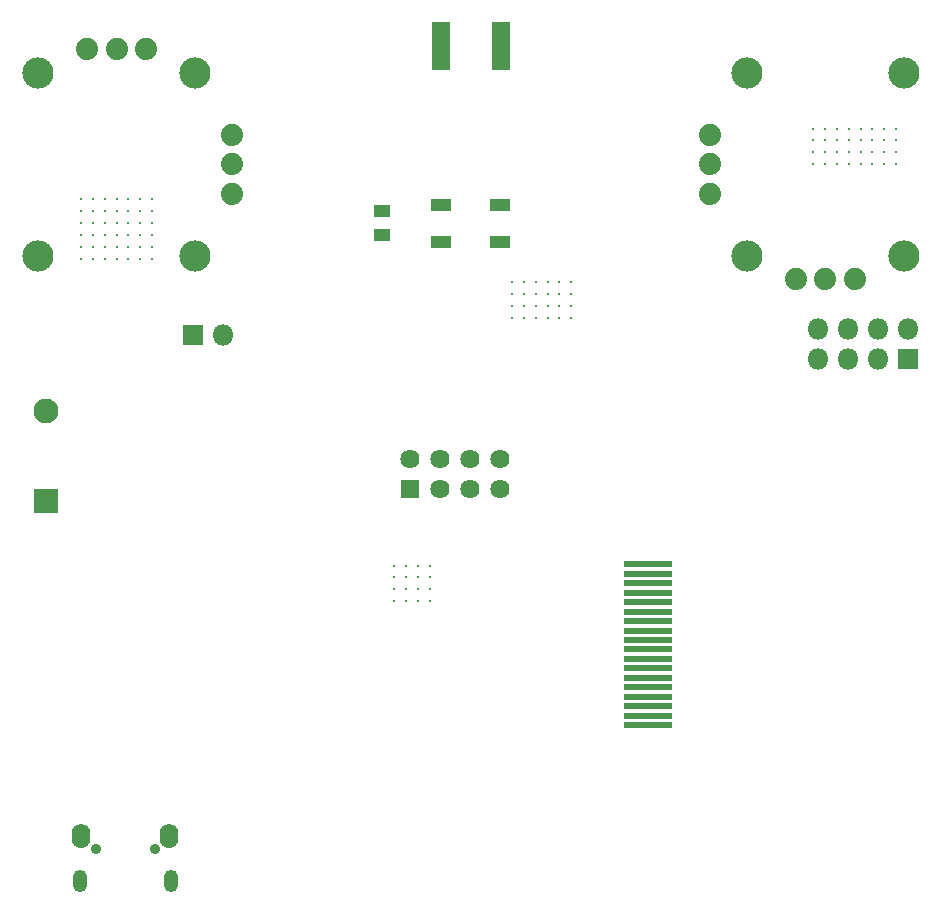
<source format=gbr>
G04 #@! TF.FileFunction,Soldermask,Bot*
%FSLAX46Y46*%
G04 Gerber Fmt 4.6, Leading zero omitted, Abs format (unit mm)*
G04 Created by KiCad (PCBNEW 4.0.7-e2-6376~60~ubuntu17.10.1) date Wed Apr 25 03:23:06 2018*
%MOMM*%
%LPD*%
G01*
G04 APERTURE LIST*
%ADD10C,0.100000*%
%ADD11C,0.251600*%
%ADD12R,2.101600X2.101600*%
%ADD13C,2.101600*%
%ADD14R,1.351600X1.101600*%
%ADD15R,1.625600X4.165600*%
%ADD16O,1.551600X2.101600*%
%ADD17O,1.251600X1.901600*%
%ADD18O,0.901600X0.901600*%
%ADD19R,1.801600X1.801600*%
%ADD20O,1.801600X1.801600*%
%ADD21R,1.625600X1.625600*%
%ADD22C,1.625600*%
%ADD23R,1.701600X1.101600*%
%ADD24C,1.879600*%
%ADD25C,2.641600*%
%ADD26R,4.101600X0.501600*%
G04 APERTURE END LIST*
D10*
D11*
X120188000Y-59588000D03*
X119188000Y-59588000D03*
X118188000Y-59588000D03*
X117188000Y-59588000D03*
X116188000Y-59588000D03*
X115188000Y-59588000D03*
X114188000Y-59588000D03*
X120188000Y-58588000D03*
X119188000Y-58588000D03*
X118188000Y-58588000D03*
X117188000Y-58588000D03*
X116188000Y-58588000D03*
X115188000Y-58588000D03*
X114188000Y-58588000D03*
X120188000Y-57588000D03*
X119188000Y-57588000D03*
X118188000Y-57588000D03*
X117188000Y-57588000D03*
X116188000Y-57588000D03*
X115188000Y-57588000D03*
X114188000Y-57588000D03*
X120188000Y-56588000D03*
X119188000Y-56588000D03*
X118188000Y-56588000D03*
X117188000Y-56588000D03*
X116188000Y-56588000D03*
X115188000Y-56588000D03*
X114188000Y-56588000D03*
X120188000Y-55588000D03*
X119188000Y-55588000D03*
X118188000Y-55588000D03*
X117188000Y-55588000D03*
X116188000Y-55588000D03*
X115188000Y-55588000D03*
X114188000Y-55588000D03*
X120188000Y-54588000D03*
X119188000Y-54588000D03*
X118188000Y-54588000D03*
X117188000Y-54588000D03*
X116188000Y-54588000D03*
X115188000Y-54588000D03*
X114188000Y-54588000D03*
X183188000Y-51588000D03*
X182188000Y-51588000D03*
X181188000Y-51588000D03*
X180188000Y-51588000D03*
X179188000Y-51588000D03*
X178188000Y-51588000D03*
X177188000Y-51588000D03*
X176188000Y-51588000D03*
X155688000Y-64588000D03*
X154688000Y-64588000D03*
X153688000Y-64588000D03*
X152688000Y-64588000D03*
X151688000Y-64588000D03*
X150688000Y-64588000D03*
X143688000Y-88588000D03*
X142688000Y-88588000D03*
X141688000Y-88588000D03*
X140688000Y-88588000D03*
X183188000Y-50588000D03*
X182188000Y-50588000D03*
X181188000Y-50588000D03*
X180188000Y-50588000D03*
X179188000Y-50588000D03*
X178188000Y-50588000D03*
X177188000Y-50588000D03*
X176188000Y-50588000D03*
X155688000Y-63588000D03*
X154688000Y-63588000D03*
X153688000Y-63588000D03*
X152688000Y-63588000D03*
X151688000Y-63588000D03*
X150688000Y-63588000D03*
X143688000Y-87588000D03*
X142688000Y-87588000D03*
X141688000Y-87588000D03*
X140688000Y-87588000D03*
X183188000Y-49588000D03*
X182188000Y-49588000D03*
X181188000Y-49588000D03*
X180188000Y-49588000D03*
X179188000Y-49588000D03*
X178188000Y-49588000D03*
X177188000Y-49588000D03*
X176188000Y-49588000D03*
X155688000Y-62588000D03*
X154688000Y-62588000D03*
X153688000Y-62588000D03*
X152688000Y-62588000D03*
X151688000Y-62588000D03*
X150688000Y-62588000D03*
X143688000Y-86588000D03*
X142688000Y-86588000D03*
X141688000Y-86588000D03*
X140688000Y-86588000D03*
X183188000Y-48588000D03*
X182188000Y-48588000D03*
X181188000Y-48588000D03*
X180188000Y-48588000D03*
X179188000Y-48588000D03*
X178188000Y-48588000D03*
X177188000Y-48588000D03*
X176188000Y-48588000D03*
X155688000Y-61588000D03*
X154688000Y-61588000D03*
X153688000Y-61588000D03*
X152688000Y-61588000D03*
X151688000Y-61588000D03*
X150688000Y-61588000D03*
X143688000Y-85588000D03*
X142688000Y-85588000D03*
X141688000Y-85588000D03*
D12*
X111188000Y-80088000D03*
D13*
X111188000Y-72488000D03*
D14*
X139688000Y-57588000D03*
X139688000Y-55588000D03*
D15*
X149728000Y-41588000D03*
X144648000Y-41588000D03*
D16*
X114213000Y-108488000D03*
X121663000Y-108488000D03*
D17*
X114063000Y-112288000D03*
X121813000Y-112288000D03*
D18*
X115438000Y-109538000D03*
X120438000Y-109538000D03*
D19*
X184188000Y-68088000D03*
D20*
X184188000Y-65548000D03*
X181648000Y-68088000D03*
X181648000Y-65548000D03*
X179108000Y-68088000D03*
X179108000Y-65548000D03*
X176568000Y-68088000D03*
X176568000Y-65548000D03*
D19*
X123688000Y-66088000D03*
D20*
X126228000Y-66088000D03*
D21*
X142068000Y-79128000D03*
D22*
X142068000Y-76588000D03*
X144608000Y-79128000D03*
X144608000Y-76588000D03*
X147148000Y-79128000D03*
X147148000Y-76588000D03*
X149688000Y-79128000D03*
X149688000Y-76588000D03*
D23*
X149688000Y-55016800D03*
X149688000Y-58216800D03*
X144688000Y-55016800D03*
X144688000Y-58216800D03*
D24*
X179688000Y-61338000D03*
X177188000Y-61338000D03*
X174688000Y-61338000D03*
D25*
X183838000Y-43838000D03*
X183838000Y-59338000D03*
X170538000Y-59338000D03*
X170538000Y-43838000D03*
D24*
X167438000Y-49088000D03*
X167438000Y-51608076D03*
X167438000Y-54088000D03*
X114688000Y-41838000D03*
X117188000Y-41838000D03*
X119688000Y-41838000D03*
D25*
X110538000Y-59338000D03*
X110538000Y-43838000D03*
X123838000Y-43838000D03*
X123838000Y-59338000D03*
D24*
X126938000Y-54088000D03*
X126938000Y-51567924D03*
X126938000Y-49088000D03*
D26*
X162188000Y-85488000D03*
X162188000Y-86288000D03*
X162188000Y-87088000D03*
X162188000Y-87888000D03*
X162188000Y-88688000D03*
X162188000Y-89488000D03*
X162188000Y-90288000D03*
X162188000Y-91088000D03*
X162188000Y-91888000D03*
X162188000Y-92688000D03*
X162188000Y-93488000D03*
X162188000Y-94288000D03*
X162188000Y-95088000D03*
X162188000Y-95888000D03*
X162188000Y-96688000D03*
X162188000Y-97488000D03*
X162188000Y-98288000D03*
X162188000Y-99088000D03*
D11*
X140688000Y-85588000D03*
M02*

</source>
